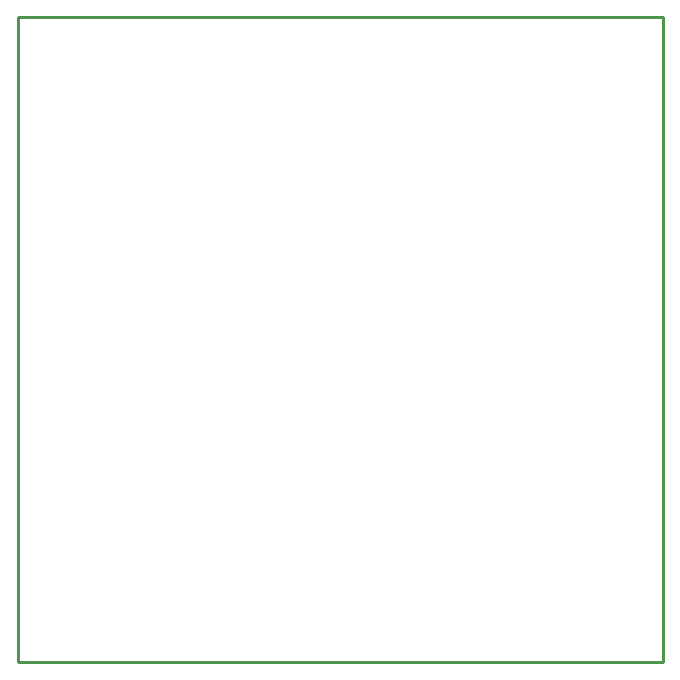
<source format=gko>
%FSLAX25Y25*%
%MOIN*%
G70*
G01*
G75*
G04 Layer_Color=16711935*
%ADD10R,0.07874X0.15748*%
%ADD11R,0.05906X0.04921*%
%ADD12R,0.04921X0.05906*%
%ADD13R,0.19685X0.19685*%
%ADD14R,0.01181X0.06693*%
%ADD15R,0.06693X0.01181*%
%ADD16R,0.05118X0.13583*%
%ADD17R,0.13583X0.05118*%
%ADD18C,0.01181*%
%ADD19C,0.03000*%
%ADD20C,0.02000*%
%ADD21R,0.05906X0.05906*%
%ADD22C,0.05906*%
%ADD23R,0.05906X0.05906*%
%ADD24C,0.02362*%
%ADD25C,0.05000*%
%ADD26C,0.04000*%
%ADD27C,0.02598*%
%ADD28R,0.27000X0.27000*%
%ADD29C,0.04000*%
%ADD30C,0.07543*%
G04:AMPARAMS|DCode=31|XSize=95.433mil|YSize=95.433mil|CornerRadius=0mil|HoleSize=0mil|Usage=FLASHONLY|Rotation=0.000|XOffset=0mil|YOffset=0mil|HoleType=Round|Shape=Relief|Width=10mil|Gap=10mil|Entries=4|*
%AMTHD31*
7,0,0,0.09543,0.07543,0.01000,45*
%
%ADD31THD31*%
%ADD32C,0.05378*%
%ADD33C,0.06800*%
%ADD34C,0.06500*%
G04:AMPARAMS|DCode=35|XSize=88mil|YSize=88mil|CornerRadius=0mil|HoleSize=0mil|Usage=FLASHONLY|Rotation=0.000|XOffset=0mil|YOffset=0mil|HoleType=Round|Shape=Relief|Width=10mil|Gap=10mil|Entries=4|*
%AMTHD35*
7,0,0,0.08800,0.06800,0.01000,45*
%
%ADD35THD35*%
%ADD36C,0.05299*%
%ADD37C,0.00984*%
%ADD38C,0.00787*%
%ADD39C,0.01000*%
%ADD40R,0.08674X0.16548*%
%ADD41R,0.06706X0.05721*%
%ADD42R,0.05721X0.06706*%
%ADD43R,0.20485X0.20485*%
%ADD44R,0.01981X0.07493*%
%ADD45R,0.07493X0.01981*%
%ADD46R,0.05918X0.14383*%
%ADD47R,0.14383X0.05918*%
%ADD48R,0.06706X0.06706*%
%ADD49C,0.06706*%
%ADD50R,0.06706X0.06706*%
%ADD51C,0.03162*%
%ADD52C,0.05800*%
%ADD53C,0.04800*%
%ADD54C,0.03398*%
D39*
X205000Y305000D02*
Y520000D01*
X420000D01*
Y305000D02*
Y520000D01*
X205000Y305000D02*
X420000D01*
M02*

</source>
